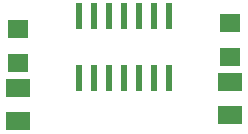
<source format=gbr>
G04 EAGLE Gerber RS-274X export*
G75*
%MOMM*%
%FSLAX34Y34*%
%LPD*%
%AMOC8*
5,1,8,0,0,1.08239X$1,22.5*%
G01*
%ADD10R,0.609600X2.209800*%
%ADD11R,1.803000X1.600000*%
%ADD12R,2.000000X1.600000*%


D10*
X208200Y150135D03*
X208200Y98065D03*
X195500Y150135D03*
X182800Y150135D03*
X195500Y98065D03*
X182800Y98065D03*
X170100Y150135D03*
X170100Y98065D03*
X157400Y150135D03*
X144700Y150135D03*
X157400Y98065D03*
X144700Y98065D03*
X132000Y150135D03*
X132000Y98065D03*
D11*
X260000Y115780D03*
X260000Y144220D03*
D12*
X260000Y94000D03*
X260000Y66000D03*
D11*
X80000Y110780D03*
X80000Y139220D03*
D12*
X80000Y89000D03*
X80000Y61000D03*
M02*

</source>
